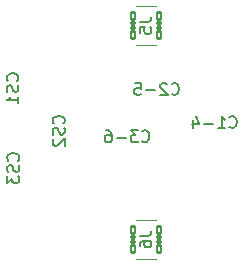
<source format=gbo>
G04 #@! TF.GenerationSoftware,KiCad,Pcbnew,8.0.1*
G04 #@! TF.CreationDate,2024-09-18T22:43:32-06:00*
G04 #@! TF.ProjectId,semg,73656d67-2e6b-4696-9361-645f70636258,rev?*
G04 #@! TF.SameCoordinates,Original*
G04 #@! TF.FileFunction,Legend,Bot*
G04 #@! TF.FilePolarity,Positive*
%FSLAX46Y46*%
G04 Gerber Fmt 4.6, Leading zero omitted, Abs format (unit mm)*
G04 Created by KiCad (PCBNEW 8.0.1) date 2024-09-18 22:43:32*
%MOMM*%
%LPD*%
G01*
G04 APERTURE LIST*
G04 Aperture macros list*
%AMRoundRect*
0 Rectangle with rounded corners*
0 $1 Rounding radius*
0 $2 $3 $4 $5 $6 $7 $8 $9 X,Y pos of 4 corners*
0 Add a 4 corners polygon primitive as box body*
4,1,4,$2,$3,$4,$5,$6,$7,$8,$9,$2,$3,0*
0 Add four circle primitives for the rounded corners*
1,1,$1+$1,$2,$3*
1,1,$1+$1,$4,$5*
1,1,$1+$1,$6,$7*
1,1,$1+$1,$8,$9*
0 Add four rect primitives between the rounded corners*
20,1,$1+$1,$2,$3,$4,$5,0*
20,1,$1+$1,$4,$5,$6,$7,0*
20,1,$1+$1,$6,$7,$8,$9,0*
20,1,$1+$1,$8,$9,$2,$3,0*%
%AMFreePoly0*
4,1,18,0.017678,0.267678,0.260356,0.025000,0.750000,0.025000,0.767678,0.017678,0.775000,0.000000,0.767678,-0.017678,0.517678,-0.267678,0.500000,-0.275000,-0.500000,-0.275000,-0.517678,-0.267678,-0.767678,-0.017678,-0.775000,0.000000,-0.767678,0.017678,-0.750000,0.025000,-0.260356,0.025000,-0.017678,0.267678,0.000000,0.275000,0.017678,0.267678,0.017678,0.267678,$1*%
%AMFreePoly1*
4,1,17,0.017678,0.287678,0.767678,-0.462322,0.775000,-0.480000,0.767678,-0.497678,0.750000,-0.505000,0.325000,-0.505000,0.307322,-0.497678,0.000000,-0.190356,-0.307322,-0.497678,-0.325000,-0.505000,-0.750000,-0.505000,-0.767678,-0.497678,-0.775000,-0.480000,-0.767678,-0.462322,-0.017678,0.287678,0.000000,0.295000,0.017678,0.287678,0.017678,0.287678,$1*%
G04 Aperture macros list end*
%ADD10C,0.150000*%
%ADD11C,0.100000*%
%ADD12C,0.050000*%
%ADD13R,2.000000X2.000000*%
%ADD14O,2.000000X2.000000*%
%ADD15R,1.000000X1.000000*%
%ADD16O,1.000000X1.000000*%
%ADD17FreePoly0,90.000000*%
%ADD18FreePoly1,90.000000*%
%ADD19FreePoly0,180.000000*%
%ADD20FreePoly1,180.000000*%
%ADD21RoundRect,0.102000X0.190000X-0.310000X0.190000X0.310000X-0.190000X0.310000X-0.190000X-0.310000X0*%
%ADD22RoundRect,0.102000X0.190000X-0.120000X0.190000X0.120000X-0.190000X0.120000X-0.190000X-0.120000X0*%
G04 APERTURE END LIST*
D10*
X59359580Y-34007142D02*
X59407200Y-33959523D01*
X59407200Y-33959523D02*
X59454819Y-33816666D01*
X59454819Y-33816666D02*
X59454819Y-33721428D01*
X59454819Y-33721428D02*
X59407200Y-33578571D01*
X59407200Y-33578571D02*
X59311961Y-33483333D01*
X59311961Y-33483333D02*
X59216723Y-33435714D01*
X59216723Y-33435714D02*
X59026247Y-33388095D01*
X59026247Y-33388095D02*
X58883390Y-33388095D01*
X58883390Y-33388095D02*
X58692914Y-33435714D01*
X58692914Y-33435714D02*
X58597676Y-33483333D01*
X58597676Y-33483333D02*
X58502438Y-33578571D01*
X58502438Y-33578571D02*
X58454819Y-33721428D01*
X58454819Y-33721428D02*
X58454819Y-33816666D01*
X58454819Y-33816666D02*
X58502438Y-33959523D01*
X58502438Y-33959523D02*
X58550057Y-34007142D01*
X59407200Y-34388095D02*
X59454819Y-34530952D01*
X59454819Y-34530952D02*
X59454819Y-34769047D01*
X59454819Y-34769047D02*
X59407200Y-34864285D01*
X59407200Y-34864285D02*
X59359580Y-34911904D01*
X59359580Y-34911904D02*
X59264342Y-34959523D01*
X59264342Y-34959523D02*
X59169104Y-34959523D01*
X59169104Y-34959523D02*
X59073866Y-34911904D01*
X59073866Y-34911904D02*
X59026247Y-34864285D01*
X59026247Y-34864285D02*
X58978628Y-34769047D01*
X58978628Y-34769047D02*
X58931009Y-34578571D01*
X58931009Y-34578571D02*
X58883390Y-34483333D01*
X58883390Y-34483333D02*
X58835771Y-34435714D01*
X58835771Y-34435714D02*
X58740533Y-34388095D01*
X58740533Y-34388095D02*
X58645295Y-34388095D01*
X58645295Y-34388095D02*
X58550057Y-34435714D01*
X58550057Y-34435714D02*
X58502438Y-34483333D01*
X58502438Y-34483333D02*
X58454819Y-34578571D01*
X58454819Y-34578571D02*
X58454819Y-34816666D01*
X58454819Y-34816666D02*
X58502438Y-34959523D01*
X58550057Y-35340476D02*
X58502438Y-35388095D01*
X58502438Y-35388095D02*
X58454819Y-35483333D01*
X58454819Y-35483333D02*
X58454819Y-35721428D01*
X58454819Y-35721428D02*
X58502438Y-35816666D01*
X58502438Y-35816666D02*
X58550057Y-35864285D01*
X58550057Y-35864285D02*
X58645295Y-35911904D01*
X58645295Y-35911904D02*
X58740533Y-35911904D01*
X58740533Y-35911904D02*
X58883390Y-35864285D01*
X58883390Y-35864285D02*
X59454819Y-35292857D01*
X59454819Y-35292857D02*
X59454819Y-35911904D01*
X66011904Y-35509580D02*
X66059523Y-35557200D01*
X66059523Y-35557200D02*
X66202380Y-35604819D01*
X66202380Y-35604819D02*
X66297618Y-35604819D01*
X66297618Y-35604819D02*
X66440475Y-35557200D01*
X66440475Y-35557200D02*
X66535713Y-35461961D01*
X66535713Y-35461961D02*
X66583332Y-35366723D01*
X66583332Y-35366723D02*
X66630951Y-35176247D01*
X66630951Y-35176247D02*
X66630951Y-35033390D01*
X66630951Y-35033390D02*
X66583332Y-34842914D01*
X66583332Y-34842914D02*
X66535713Y-34747676D01*
X66535713Y-34747676D02*
X66440475Y-34652438D01*
X66440475Y-34652438D02*
X66297618Y-34604819D01*
X66297618Y-34604819D02*
X66202380Y-34604819D01*
X66202380Y-34604819D02*
X66059523Y-34652438D01*
X66059523Y-34652438D02*
X66011904Y-34700057D01*
X65678570Y-34604819D02*
X65059523Y-34604819D01*
X65059523Y-34604819D02*
X65392856Y-34985771D01*
X65392856Y-34985771D02*
X65249999Y-34985771D01*
X65249999Y-34985771D02*
X65154761Y-35033390D01*
X65154761Y-35033390D02*
X65107142Y-35081009D01*
X65107142Y-35081009D02*
X65059523Y-35176247D01*
X65059523Y-35176247D02*
X65059523Y-35414342D01*
X65059523Y-35414342D02*
X65107142Y-35509580D01*
X65107142Y-35509580D02*
X65154761Y-35557200D01*
X65154761Y-35557200D02*
X65249999Y-35604819D01*
X65249999Y-35604819D02*
X65535713Y-35604819D01*
X65535713Y-35604819D02*
X65630951Y-35557200D01*
X65630951Y-35557200D02*
X65678570Y-35509580D01*
X64630951Y-35223866D02*
X63869047Y-35223866D01*
X62964285Y-34604819D02*
X63154761Y-34604819D01*
X63154761Y-34604819D02*
X63249999Y-34652438D01*
X63249999Y-34652438D02*
X63297618Y-34700057D01*
X63297618Y-34700057D02*
X63392856Y-34842914D01*
X63392856Y-34842914D02*
X63440475Y-35033390D01*
X63440475Y-35033390D02*
X63440475Y-35414342D01*
X63440475Y-35414342D02*
X63392856Y-35509580D01*
X63392856Y-35509580D02*
X63345237Y-35557200D01*
X63345237Y-35557200D02*
X63249999Y-35604819D01*
X63249999Y-35604819D02*
X63059523Y-35604819D01*
X63059523Y-35604819D02*
X62964285Y-35557200D01*
X62964285Y-35557200D02*
X62916666Y-35509580D01*
X62916666Y-35509580D02*
X62869047Y-35414342D01*
X62869047Y-35414342D02*
X62869047Y-35176247D01*
X62869047Y-35176247D02*
X62916666Y-35081009D01*
X62916666Y-35081009D02*
X62964285Y-35033390D01*
X62964285Y-35033390D02*
X63059523Y-34985771D01*
X63059523Y-34985771D02*
X63249999Y-34985771D01*
X63249999Y-34985771D02*
X63345237Y-35033390D01*
X63345237Y-35033390D02*
X63392856Y-35081009D01*
X63392856Y-35081009D02*
X63440475Y-35176247D01*
X65804819Y-43516666D02*
X66519104Y-43516666D01*
X66519104Y-43516666D02*
X66661961Y-43469047D01*
X66661961Y-43469047D02*
X66757200Y-43373809D01*
X66757200Y-43373809D02*
X66804819Y-43230952D01*
X66804819Y-43230952D02*
X66804819Y-43135714D01*
X65804819Y-44421428D02*
X65804819Y-44230952D01*
X65804819Y-44230952D02*
X65852438Y-44135714D01*
X65852438Y-44135714D02*
X65900057Y-44088095D01*
X65900057Y-44088095D02*
X66042914Y-43992857D01*
X66042914Y-43992857D02*
X66233390Y-43945238D01*
X66233390Y-43945238D02*
X66614342Y-43945238D01*
X66614342Y-43945238D02*
X66709580Y-43992857D01*
X66709580Y-43992857D02*
X66757200Y-44040476D01*
X66757200Y-44040476D02*
X66804819Y-44135714D01*
X66804819Y-44135714D02*
X66804819Y-44326190D01*
X66804819Y-44326190D02*
X66757200Y-44421428D01*
X66757200Y-44421428D02*
X66709580Y-44469047D01*
X66709580Y-44469047D02*
X66614342Y-44516666D01*
X66614342Y-44516666D02*
X66376247Y-44516666D01*
X66376247Y-44516666D02*
X66281009Y-44469047D01*
X66281009Y-44469047D02*
X66233390Y-44421428D01*
X66233390Y-44421428D02*
X66185771Y-44326190D01*
X66185771Y-44326190D02*
X66185771Y-44135714D01*
X66185771Y-44135714D02*
X66233390Y-44040476D01*
X66233390Y-44040476D02*
X66281009Y-43992857D01*
X66281009Y-43992857D02*
X66376247Y-43945238D01*
X65804819Y-25416666D02*
X66519104Y-25416666D01*
X66519104Y-25416666D02*
X66661961Y-25369047D01*
X66661961Y-25369047D02*
X66757200Y-25273809D01*
X66757200Y-25273809D02*
X66804819Y-25130952D01*
X66804819Y-25130952D02*
X66804819Y-25035714D01*
X65804819Y-26369047D02*
X65804819Y-25892857D01*
X65804819Y-25892857D02*
X66281009Y-25845238D01*
X66281009Y-25845238D02*
X66233390Y-25892857D01*
X66233390Y-25892857D02*
X66185771Y-25988095D01*
X66185771Y-25988095D02*
X66185771Y-26226190D01*
X66185771Y-26226190D02*
X66233390Y-26321428D01*
X66233390Y-26321428D02*
X66281009Y-26369047D01*
X66281009Y-26369047D02*
X66376247Y-26416666D01*
X66376247Y-26416666D02*
X66614342Y-26416666D01*
X66614342Y-26416666D02*
X66709580Y-26369047D01*
X66709580Y-26369047D02*
X66757200Y-26321428D01*
X66757200Y-26321428D02*
X66804819Y-26226190D01*
X66804819Y-26226190D02*
X66804819Y-25988095D01*
X66804819Y-25988095D02*
X66757200Y-25892857D01*
X66757200Y-25892857D02*
X66709580Y-25845238D01*
X68511904Y-31509580D02*
X68559523Y-31557200D01*
X68559523Y-31557200D02*
X68702380Y-31604819D01*
X68702380Y-31604819D02*
X68797618Y-31604819D01*
X68797618Y-31604819D02*
X68940475Y-31557200D01*
X68940475Y-31557200D02*
X69035713Y-31461961D01*
X69035713Y-31461961D02*
X69083332Y-31366723D01*
X69083332Y-31366723D02*
X69130951Y-31176247D01*
X69130951Y-31176247D02*
X69130951Y-31033390D01*
X69130951Y-31033390D02*
X69083332Y-30842914D01*
X69083332Y-30842914D02*
X69035713Y-30747676D01*
X69035713Y-30747676D02*
X68940475Y-30652438D01*
X68940475Y-30652438D02*
X68797618Y-30604819D01*
X68797618Y-30604819D02*
X68702380Y-30604819D01*
X68702380Y-30604819D02*
X68559523Y-30652438D01*
X68559523Y-30652438D02*
X68511904Y-30700057D01*
X68130951Y-30700057D02*
X68083332Y-30652438D01*
X68083332Y-30652438D02*
X67988094Y-30604819D01*
X67988094Y-30604819D02*
X67749999Y-30604819D01*
X67749999Y-30604819D02*
X67654761Y-30652438D01*
X67654761Y-30652438D02*
X67607142Y-30700057D01*
X67607142Y-30700057D02*
X67559523Y-30795295D01*
X67559523Y-30795295D02*
X67559523Y-30890533D01*
X67559523Y-30890533D02*
X67607142Y-31033390D01*
X67607142Y-31033390D02*
X68178570Y-31604819D01*
X68178570Y-31604819D02*
X67559523Y-31604819D01*
X67130951Y-31223866D02*
X66369047Y-31223866D01*
X65416666Y-30604819D02*
X65892856Y-30604819D01*
X65892856Y-30604819D02*
X65940475Y-31081009D01*
X65940475Y-31081009D02*
X65892856Y-31033390D01*
X65892856Y-31033390D02*
X65797618Y-30985771D01*
X65797618Y-30985771D02*
X65559523Y-30985771D01*
X65559523Y-30985771D02*
X65464285Y-31033390D01*
X65464285Y-31033390D02*
X65416666Y-31081009D01*
X65416666Y-31081009D02*
X65369047Y-31176247D01*
X65369047Y-31176247D02*
X65369047Y-31414342D01*
X65369047Y-31414342D02*
X65416666Y-31509580D01*
X65416666Y-31509580D02*
X65464285Y-31557200D01*
X65464285Y-31557200D02*
X65559523Y-31604819D01*
X65559523Y-31604819D02*
X65797618Y-31604819D01*
X65797618Y-31604819D02*
X65892856Y-31557200D01*
X65892856Y-31557200D02*
X65940475Y-31509580D01*
X55459580Y-30407142D02*
X55507200Y-30359523D01*
X55507200Y-30359523D02*
X55554819Y-30216666D01*
X55554819Y-30216666D02*
X55554819Y-30121428D01*
X55554819Y-30121428D02*
X55507200Y-29978571D01*
X55507200Y-29978571D02*
X55411961Y-29883333D01*
X55411961Y-29883333D02*
X55316723Y-29835714D01*
X55316723Y-29835714D02*
X55126247Y-29788095D01*
X55126247Y-29788095D02*
X54983390Y-29788095D01*
X54983390Y-29788095D02*
X54792914Y-29835714D01*
X54792914Y-29835714D02*
X54697676Y-29883333D01*
X54697676Y-29883333D02*
X54602438Y-29978571D01*
X54602438Y-29978571D02*
X54554819Y-30121428D01*
X54554819Y-30121428D02*
X54554819Y-30216666D01*
X54554819Y-30216666D02*
X54602438Y-30359523D01*
X54602438Y-30359523D02*
X54650057Y-30407142D01*
X55507200Y-30788095D02*
X55554819Y-30930952D01*
X55554819Y-30930952D02*
X55554819Y-31169047D01*
X55554819Y-31169047D02*
X55507200Y-31264285D01*
X55507200Y-31264285D02*
X55459580Y-31311904D01*
X55459580Y-31311904D02*
X55364342Y-31359523D01*
X55364342Y-31359523D02*
X55269104Y-31359523D01*
X55269104Y-31359523D02*
X55173866Y-31311904D01*
X55173866Y-31311904D02*
X55126247Y-31264285D01*
X55126247Y-31264285D02*
X55078628Y-31169047D01*
X55078628Y-31169047D02*
X55031009Y-30978571D01*
X55031009Y-30978571D02*
X54983390Y-30883333D01*
X54983390Y-30883333D02*
X54935771Y-30835714D01*
X54935771Y-30835714D02*
X54840533Y-30788095D01*
X54840533Y-30788095D02*
X54745295Y-30788095D01*
X54745295Y-30788095D02*
X54650057Y-30835714D01*
X54650057Y-30835714D02*
X54602438Y-30883333D01*
X54602438Y-30883333D02*
X54554819Y-30978571D01*
X54554819Y-30978571D02*
X54554819Y-31216666D01*
X54554819Y-31216666D02*
X54602438Y-31359523D01*
X55554819Y-32311904D02*
X55554819Y-31740476D01*
X55554819Y-32026190D02*
X54554819Y-32026190D01*
X54554819Y-32026190D02*
X54697676Y-31930952D01*
X54697676Y-31930952D02*
X54792914Y-31835714D01*
X54792914Y-31835714D02*
X54840533Y-31740476D01*
X73411904Y-34309580D02*
X73459523Y-34357200D01*
X73459523Y-34357200D02*
X73602380Y-34404819D01*
X73602380Y-34404819D02*
X73697618Y-34404819D01*
X73697618Y-34404819D02*
X73840475Y-34357200D01*
X73840475Y-34357200D02*
X73935713Y-34261961D01*
X73935713Y-34261961D02*
X73983332Y-34166723D01*
X73983332Y-34166723D02*
X74030951Y-33976247D01*
X74030951Y-33976247D02*
X74030951Y-33833390D01*
X74030951Y-33833390D02*
X73983332Y-33642914D01*
X73983332Y-33642914D02*
X73935713Y-33547676D01*
X73935713Y-33547676D02*
X73840475Y-33452438D01*
X73840475Y-33452438D02*
X73697618Y-33404819D01*
X73697618Y-33404819D02*
X73602380Y-33404819D01*
X73602380Y-33404819D02*
X73459523Y-33452438D01*
X73459523Y-33452438D02*
X73411904Y-33500057D01*
X72459523Y-34404819D02*
X73030951Y-34404819D01*
X72745237Y-34404819D02*
X72745237Y-33404819D01*
X72745237Y-33404819D02*
X72840475Y-33547676D01*
X72840475Y-33547676D02*
X72935713Y-33642914D01*
X72935713Y-33642914D02*
X73030951Y-33690533D01*
X72030951Y-34023866D02*
X71269047Y-34023866D01*
X70364285Y-33738152D02*
X70364285Y-34404819D01*
X70602380Y-33357200D02*
X70840475Y-34071485D01*
X70840475Y-34071485D02*
X70221428Y-34071485D01*
X55509580Y-37157142D02*
X55557200Y-37109523D01*
X55557200Y-37109523D02*
X55604819Y-36966666D01*
X55604819Y-36966666D02*
X55604819Y-36871428D01*
X55604819Y-36871428D02*
X55557200Y-36728571D01*
X55557200Y-36728571D02*
X55461961Y-36633333D01*
X55461961Y-36633333D02*
X55366723Y-36585714D01*
X55366723Y-36585714D02*
X55176247Y-36538095D01*
X55176247Y-36538095D02*
X55033390Y-36538095D01*
X55033390Y-36538095D02*
X54842914Y-36585714D01*
X54842914Y-36585714D02*
X54747676Y-36633333D01*
X54747676Y-36633333D02*
X54652438Y-36728571D01*
X54652438Y-36728571D02*
X54604819Y-36871428D01*
X54604819Y-36871428D02*
X54604819Y-36966666D01*
X54604819Y-36966666D02*
X54652438Y-37109523D01*
X54652438Y-37109523D02*
X54700057Y-37157142D01*
X55557200Y-37538095D02*
X55604819Y-37680952D01*
X55604819Y-37680952D02*
X55604819Y-37919047D01*
X55604819Y-37919047D02*
X55557200Y-38014285D01*
X55557200Y-38014285D02*
X55509580Y-38061904D01*
X55509580Y-38061904D02*
X55414342Y-38109523D01*
X55414342Y-38109523D02*
X55319104Y-38109523D01*
X55319104Y-38109523D02*
X55223866Y-38061904D01*
X55223866Y-38061904D02*
X55176247Y-38014285D01*
X55176247Y-38014285D02*
X55128628Y-37919047D01*
X55128628Y-37919047D02*
X55081009Y-37728571D01*
X55081009Y-37728571D02*
X55033390Y-37633333D01*
X55033390Y-37633333D02*
X54985771Y-37585714D01*
X54985771Y-37585714D02*
X54890533Y-37538095D01*
X54890533Y-37538095D02*
X54795295Y-37538095D01*
X54795295Y-37538095D02*
X54700057Y-37585714D01*
X54700057Y-37585714D02*
X54652438Y-37633333D01*
X54652438Y-37633333D02*
X54604819Y-37728571D01*
X54604819Y-37728571D02*
X54604819Y-37966666D01*
X54604819Y-37966666D02*
X54652438Y-38109523D01*
X54604819Y-38442857D02*
X54604819Y-39061904D01*
X54604819Y-39061904D02*
X54985771Y-38728571D01*
X54985771Y-38728571D02*
X54985771Y-38871428D01*
X54985771Y-38871428D02*
X55033390Y-38966666D01*
X55033390Y-38966666D02*
X55081009Y-39014285D01*
X55081009Y-39014285D02*
X55176247Y-39061904D01*
X55176247Y-39061904D02*
X55414342Y-39061904D01*
X55414342Y-39061904D02*
X55509580Y-39014285D01*
X55509580Y-39014285D02*
X55557200Y-38966666D01*
X55557200Y-38966666D02*
X55604819Y-38871428D01*
X55604819Y-38871428D02*
X55604819Y-38585714D01*
X55604819Y-38585714D02*
X55557200Y-38490476D01*
X55557200Y-38490476D02*
X55509580Y-38442857D01*
D11*
X67227000Y-42200000D02*
X65470000Y-42200000D01*
X67227000Y-45500000D02*
X65475000Y-45500000D01*
X67227000Y-24100000D02*
X65470000Y-24100000D01*
X67227000Y-27400000D02*
X65475000Y-27400000D01*
%LPC*%
D12*
X56877500Y-34325000D02*
X56552500Y-34650000D01*
X56877500Y-34975000D01*
X56877500Y-35400000D01*
X56127500Y-34650000D01*
X56877500Y-33900000D01*
X56877500Y-34325000D01*
G36*
X56877500Y-34325000D02*
G01*
X56552500Y-34650000D01*
X56877500Y-34975000D01*
X56877500Y-35400000D01*
X56127500Y-34650000D01*
X56877500Y-33900000D01*
X56877500Y-34325000D01*
G37*
X57272500Y-34150000D02*
X57272500Y-35150000D01*
X57022500Y-35400000D01*
X57022500Y-34900000D01*
X56772500Y-34650000D01*
X57022500Y-34400000D01*
X57022500Y-33900000D01*
X57272500Y-34150000D01*
G36*
X57272500Y-34150000D02*
G01*
X57272500Y-35150000D01*
X57022500Y-35400000D01*
X57022500Y-34900000D01*
X56772500Y-34650000D01*
X57022500Y-34400000D01*
X57022500Y-33900000D01*
X57272500Y-34150000D01*
G37*
X64750000Y-33497500D02*
X65075000Y-33172500D01*
X65500000Y-33172500D01*
X64750000Y-33922500D01*
X64000000Y-33172500D01*
X64425000Y-33172500D01*
X64750000Y-33497500D01*
G36*
X64750000Y-33497500D02*
G01*
X65075000Y-33172500D01*
X65500000Y-33172500D01*
X64750000Y-33922500D01*
X64000000Y-33172500D01*
X64425000Y-33172500D01*
X64750000Y-33497500D01*
G37*
X65500000Y-33027500D02*
X65000000Y-33027500D01*
X64750000Y-33277500D01*
X64500000Y-33027500D01*
X64000000Y-33027500D01*
X64250000Y-32777500D01*
X65250000Y-32777500D01*
X65500000Y-33027500D01*
G36*
X65500000Y-33027500D02*
G01*
X65000000Y-33027500D01*
X64750000Y-33277500D01*
X64500000Y-33027500D01*
X64000000Y-33027500D01*
X64250000Y-32777500D01*
X65250000Y-32777500D01*
X65500000Y-33027500D01*
G37*
X68050000Y-33070000D02*
X68375000Y-32745000D01*
X68800000Y-32745000D01*
X68050000Y-33495000D01*
X67300000Y-32745000D01*
X67725000Y-32745000D01*
X68050000Y-33070000D01*
G36*
X68050000Y-33070000D02*
G01*
X68375000Y-32745000D01*
X68800000Y-32745000D01*
X68050000Y-33495000D01*
X67300000Y-32745000D01*
X67725000Y-32745000D01*
X68050000Y-33070000D01*
G37*
X68800000Y-32600000D02*
X68300000Y-32600000D01*
X68050000Y-32850000D01*
X67800000Y-32600000D01*
X67300000Y-32600000D01*
X67550000Y-32350000D01*
X68550000Y-32350000D01*
X68800000Y-32600000D01*
G36*
X68800000Y-32600000D02*
G01*
X68300000Y-32600000D01*
X68050000Y-32850000D01*
X67800000Y-32600000D01*
X67300000Y-32600000D01*
X67550000Y-32350000D01*
X68550000Y-32350000D01*
X68800000Y-32600000D01*
G37*
X56877500Y-30725000D02*
X56552500Y-31050000D01*
X56877500Y-31375000D01*
X56877500Y-31800000D01*
X56127500Y-31050000D01*
X56877500Y-30300000D01*
X56877500Y-30725000D01*
G36*
X56877500Y-30725000D02*
G01*
X56552500Y-31050000D01*
X56877500Y-31375000D01*
X56877500Y-31800000D01*
X56127500Y-31050000D01*
X56877500Y-30300000D01*
X56877500Y-30725000D01*
G37*
X57272500Y-30550000D02*
X57272500Y-31550000D01*
X57022500Y-31800000D01*
X57022500Y-31300000D01*
X56772500Y-31050000D01*
X57022500Y-30800000D01*
X57022500Y-30300000D01*
X57272500Y-30550000D01*
G36*
X57272500Y-30550000D02*
G01*
X57272500Y-31550000D01*
X57022500Y-31800000D01*
X57022500Y-31300000D01*
X56772500Y-31050000D01*
X57022500Y-30800000D01*
X57022500Y-30300000D01*
X57272500Y-30550000D01*
G37*
X70750000Y-32447500D02*
X71075000Y-32122500D01*
X71500000Y-32122500D01*
X70750000Y-32872500D01*
X70000000Y-32122500D01*
X70425000Y-32122500D01*
X70750000Y-32447500D01*
G36*
X70750000Y-32447500D02*
G01*
X71075000Y-32122500D01*
X71500000Y-32122500D01*
X70750000Y-32872500D01*
X70000000Y-32122500D01*
X70425000Y-32122500D01*
X70750000Y-32447500D01*
G37*
X71500000Y-31977500D02*
X71000000Y-31977500D01*
X70750000Y-32227500D01*
X70500000Y-31977500D01*
X70000000Y-31977500D01*
X70250000Y-31727500D01*
X71250000Y-31727500D01*
X71500000Y-31977500D01*
G36*
X71500000Y-31977500D02*
G01*
X71000000Y-31977500D01*
X70750000Y-32227500D01*
X70500000Y-31977500D01*
X70000000Y-31977500D01*
X70250000Y-31727500D01*
X71250000Y-31727500D01*
X71500000Y-31977500D01*
G37*
X56877500Y-37475000D02*
X56552500Y-37800000D01*
X56877500Y-38125000D01*
X56877500Y-38550000D01*
X56127500Y-37800000D01*
X56877500Y-37050000D01*
X56877500Y-37475000D01*
G36*
X56877500Y-37475000D02*
G01*
X56552500Y-37800000D01*
X56877500Y-38125000D01*
X56877500Y-38550000D01*
X56127500Y-37800000D01*
X56877500Y-37050000D01*
X56877500Y-37475000D01*
G37*
X57272500Y-37300000D02*
X57272500Y-38300000D01*
X57022500Y-38550000D01*
X57022500Y-38050000D01*
X56772500Y-37800000D01*
X57022500Y-37550000D01*
X57022500Y-37050000D01*
X57272500Y-37300000D01*
G36*
X57272500Y-37300000D02*
G01*
X57272500Y-38300000D01*
X57022500Y-38550000D01*
X57022500Y-38050000D01*
X56772500Y-37800000D01*
X57022500Y-37550000D01*
X57022500Y-37050000D01*
X57272500Y-37300000D01*
G37*
D13*
X75250000Y-17050000D03*
D14*
X72710000Y-17050000D03*
D13*
X70170000Y-17050000D03*
D14*
X67630000Y-17050000D03*
D13*
X65090000Y-17050000D03*
D14*
X62550000Y-17050000D03*
D13*
X60010000Y-17050000D03*
D14*
X57470000Y-17050000D03*
D15*
X70810000Y-49875000D03*
D16*
X70810000Y-51145000D03*
X69540000Y-49875000D03*
X69540000Y-51145000D03*
X68270000Y-49875000D03*
X68270000Y-51145000D03*
X67000000Y-49875000D03*
X67000000Y-51145000D03*
X65730000Y-49875000D03*
X65730000Y-51145000D03*
X64460000Y-49875000D03*
X64460000Y-51145000D03*
X63190000Y-49875000D03*
X63190000Y-51145000D03*
X61920000Y-49875000D03*
X61920000Y-51145000D03*
D17*
X57022500Y-34650000D03*
D18*
X56397500Y-34650000D03*
D19*
X64750000Y-33027500D03*
D20*
X64750000Y-33652500D03*
D21*
X65280000Y-44650000D03*
X67420000Y-44650000D03*
X65280000Y-43050000D03*
X67420000Y-43050000D03*
D22*
X65280000Y-44050000D03*
X67420000Y-44050000D03*
X65280000Y-43650000D03*
X67420000Y-43650000D03*
D21*
X65280000Y-26550000D03*
X67420000Y-26550000D03*
X65280000Y-24950000D03*
X67420000Y-24950000D03*
D22*
X65280000Y-25950000D03*
X67420000Y-25950000D03*
X65280000Y-25550000D03*
X67420000Y-25550000D03*
D19*
X68050000Y-32600000D03*
D20*
X68050000Y-33225000D03*
D17*
X57022500Y-31050000D03*
D18*
X56397500Y-31050000D03*
D19*
X70750000Y-31977500D03*
D20*
X70750000Y-32602500D03*
D17*
X57022500Y-37800000D03*
D18*
X56397500Y-37800000D03*
%LPD*%
M02*

</source>
